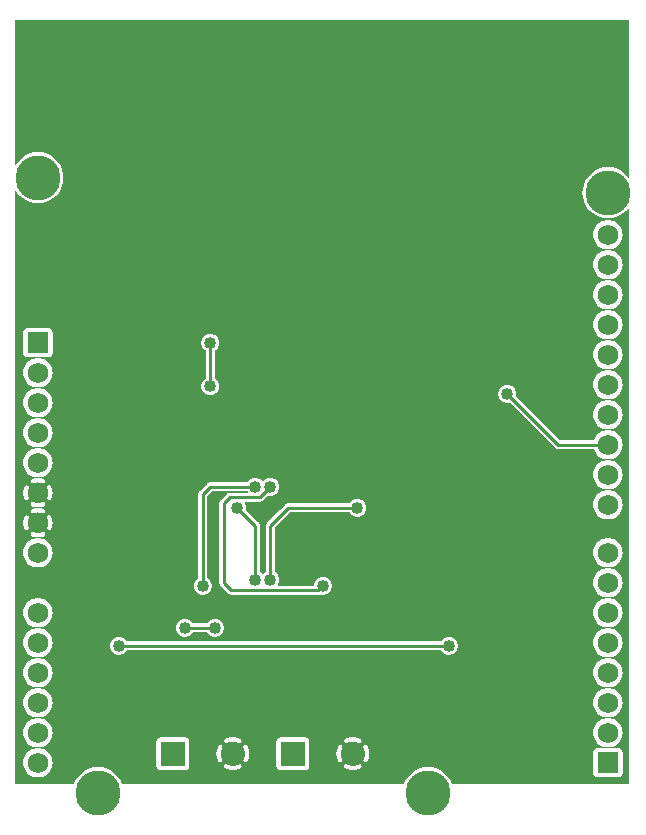
<source format=gbr>
G04 start of page 3 for group 1 idx 1 *
G04 Title: (unknown), solder *
G04 Creator: pcb 20140316 *
G04 CreationDate: Fri 13 Apr 2018 03:31:12 AM GMT UTC *
G04 For: railfan *
G04 Format: Gerber/RS-274X *
G04 PCB-Dimensions (mil): 2100.00 2700.00 *
G04 PCB-Coordinate-Origin: lower left *
%MOIN*%
%FSLAX25Y25*%
%LNBOTTOM*%
%ADD35C,0.0480*%
%ADD34C,0.1285*%
%ADD33C,0.0380*%
%ADD32C,0.0200*%
%ADD31C,0.0400*%
%ADD30C,0.0800*%
%ADD29C,0.1500*%
%ADD28C,0.0680*%
%ADD27C,0.0100*%
%ADD26C,0.0001*%
G54D26*G36*
X200000Y201474D02*X201334Y201579D01*
X202635Y201891D01*
X203871Y202403D01*
X205012Y203102D01*
X206029Y203971D01*
X206898Y204988D01*
X207000Y205155D01*
Y13000D01*
X200000D01*
Y15107D01*
X203635Y15114D01*
X203865Y15169D01*
X204083Y15259D01*
X204284Y15383D01*
X204464Y15536D01*
X204617Y15716D01*
X204741Y15917D01*
X204831Y16135D01*
X204886Y16365D01*
X204900Y16600D01*
X204886Y23635D01*
X204831Y23865D01*
X204741Y24083D01*
X204617Y24284D01*
X204464Y24464D01*
X204284Y24617D01*
X204083Y24741D01*
X203865Y24831D01*
X203635Y24886D01*
X203400Y24900D01*
X200000Y24893D01*
Y25085D01*
X200769Y25145D01*
X201519Y25325D01*
X202231Y25621D01*
X202889Y26024D01*
X203476Y26524D01*
X203976Y27111D01*
X204379Y27769D01*
X204675Y28481D01*
X204855Y29231D01*
X204900Y30000D01*
X204855Y30769D01*
X204675Y31519D01*
X204379Y32231D01*
X203976Y32889D01*
X203476Y33476D01*
X202889Y33976D01*
X202231Y34379D01*
X201519Y34675D01*
X200769Y34855D01*
X200000Y34915D01*
Y35085D01*
X200769Y35145D01*
X201519Y35325D01*
X202231Y35621D01*
X202889Y36024D01*
X203476Y36524D01*
X203976Y37111D01*
X204379Y37769D01*
X204675Y38481D01*
X204855Y39231D01*
X204900Y40000D01*
X204855Y40769D01*
X204675Y41519D01*
X204379Y42231D01*
X203976Y42889D01*
X203476Y43476D01*
X202889Y43976D01*
X202231Y44379D01*
X201519Y44675D01*
X200769Y44855D01*
X200000Y44915D01*
Y45085D01*
X200769Y45145D01*
X201519Y45325D01*
X202231Y45621D01*
X202889Y46024D01*
X203476Y46524D01*
X203976Y47111D01*
X204379Y47769D01*
X204675Y48481D01*
X204855Y49231D01*
X204900Y50000D01*
X204855Y50769D01*
X204675Y51519D01*
X204379Y52231D01*
X203976Y52889D01*
X203476Y53476D01*
X202889Y53976D01*
X202231Y54379D01*
X201519Y54675D01*
X200769Y54855D01*
X200000Y54915D01*
Y55085D01*
X200769Y55145D01*
X201519Y55325D01*
X202231Y55621D01*
X202889Y56024D01*
X203476Y56524D01*
X203976Y57111D01*
X204379Y57769D01*
X204675Y58481D01*
X204855Y59231D01*
X204900Y60000D01*
X204855Y60769D01*
X204675Y61519D01*
X204379Y62231D01*
X203976Y62889D01*
X203476Y63476D01*
X202889Y63976D01*
X202231Y64379D01*
X201519Y64675D01*
X200769Y64855D01*
X200000Y64915D01*
Y65085D01*
X200769Y65145D01*
X201519Y65325D01*
X202231Y65621D01*
X202889Y66024D01*
X203476Y66524D01*
X203976Y67111D01*
X204379Y67769D01*
X204675Y68481D01*
X204855Y69231D01*
X204900Y70000D01*
X204855Y70769D01*
X204675Y71519D01*
X204379Y72231D01*
X203976Y72889D01*
X203476Y73476D01*
X202889Y73976D01*
X202231Y74379D01*
X201519Y74675D01*
X200769Y74855D01*
X200000Y74915D01*
Y75085D01*
X200769Y75145D01*
X201519Y75325D01*
X202231Y75621D01*
X202889Y76024D01*
X203476Y76524D01*
X203976Y77111D01*
X204379Y77769D01*
X204675Y78481D01*
X204855Y79231D01*
X204900Y80000D01*
X204855Y80769D01*
X204675Y81519D01*
X204379Y82231D01*
X203976Y82889D01*
X203476Y83476D01*
X202889Y83976D01*
X202231Y84379D01*
X201519Y84675D01*
X200769Y84855D01*
X200000Y84915D01*
Y85085D01*
X200769Y85145D01*
X201519Y85325D01*
X202231Y85621D01*
X202889Y86024D01*
X203476Y86524D01*
X203976Y87111D01*
X204379Y87769D01*
X204675Y88481D01*
X204855Y89231D01*
X204900Y90000D01*
X204855Y90769D01*
X204675Y91519D01*
X204379Y92231D01*
X203976Y92889D01*
X203476Y93476D01*
X202889Y93976D01*
X202231Y94379D01*
X201519Y94675D01*
X200769Y94855D01*
X200000Y94915D01*
Y101085D01*
X200769Y101145D01*
X201519Y101325D01*
X202231Y101621D01*
X202889Y102024D01*
X203476Y102524D01*
X203976Y103111D01*
X204379Y103769D01*
X204675Y104481D01*
X204855Y105231D01*
X204900Y106000D01*
X204855Y106769D01*
X204675Y107519D01*
X204379Y108231D01*
X203976Y108889D01*
X203476Y109476D01*
X202889Y109976D01*
X202231Y110379D01*
X201519Y110675D01*
X200769Y110855D01*
X200000Y110915D01*
Y111085D01*
X200769Y111145D01*
X201519Y111325D01*
X202231Y111621D01*
X202889Y112024D01*
X203476Y112524D01*
X203976Y113111D01*
X204379Y113769D01*
X204675Y114481D01*
X204855Y115231D01*
X204900Y116000D01*
X204855Y116769D01*
X204675Y117519D01*
X204379Y118231D01*
X203976Y118889D01*
X203476Y119476D01*
X202889Y119976D01*
X202231Y120379D01*
X201519Y120675D01*
X200769Y120855D01*
X200000Y120915D01*
Y121085D01*
X200769Y121145D01*
X201519Y121325D01*
X202231Y121621D01*
X202889Y122024D01*
X203476Y122524D01*
X203976Y123111D01*
X204379Y123769D01*
X204675Y124481D01*
X204855Y125231D01*
X204900Y126000D01*
X204855Y126769D01*
X204675Y127519D01*
X204379Y128231D01*
X203976Y128889D01*
X203476Y129476D01*
X202889Y129976D01*
X202231Y130379D01*
X201519Y130675D01*
X200769Y130855D01*
X200000Y130915D01*
Y131085D01*
X200769Y131145D01*
X201519Y131325D01*
X202231Y131621D01*
X202889Y132024D01*
X203476Y132524D01*
X203976Y133111D01*
X204379Y133769D01*
X204675Y134481D01*
X204855Y135231D01*
X204900Y136000D01*
X204855Y136769D01*
X204675Y137519D01*
X204379Y138231D01*
X203976Y138889D01*
X203476Y139476D01*
X202889Y139976D01*
X202231Y140379D01*
X201519Y140675D01*
X200769Y140855D01*
X200000Y140915D01*
Y141085D01*
X200769Y141145D01*
X201519Y141325D01*
X202231Y141621D01*
X202889Y142024D01*
X203476Y142524D01*
X203976Y143111D01*
X204379Y143769D01*
X204675Y144481D01*
X204855Y145231D01*
X204900Y146000D01*
X204855Y146769D01*
X204675Y147519D01*
X204379Y148231D01*
X203976Y148889D01*
X203476Y149476D01*
X202889Y149976D01*
X202231Y150379D01*
X201519Y150675D01*
X200769Y150855D01*
X200000Y150915D01*
Y151085D01*
X200769Y151145D01*
X201519Y151325D01*
X202231Y151621D01*
X202889Y152024D01*
X203476Y152524D01*
X203976Y153111D01*
X204379Y153769D01*
X204675Y154481D01*
X204855Y155231D01*
X204900Y156000D01*
X204855Y156769D01*
X204675Y157519D01*
X204379Y158231D01*
X203976Y158889D01*
X203476Y159476D01*
X202889Y159976D01*
X202231Y160379D01*
X201519Y160675D01*
X200769Y160855D01*
X200000Y160915D01*
Y161085D01*
X200769Y161145D01*
X201519Y161325D01*
X202231Y161621D01*
X202889Y162024D01*
X203476Y162524D01*
X203976Y163111D01*
X204379Y163769D01*
X204675Y164481D01*
X204855Y165231D01*
X204900Y166000D01*
X204855Y166769D01*
X204675Y167519D01*
X204379Y168231D01*
X203976Y168889D01*
X203476Y169476D01*
X202889Y169976D01*
X202231Y170379D01*
X201519Y170675D01*
X200769Y170855D01*
X200000Y170915D01*
Y171085D01*
X200769Y171145D01*
X201519Y171325D01*
X202231Y171621D01*
X202889Y172024D01*
X203476Y172524D01*
X203976Y173111D01*
X204379Y173769D01*
X204675Y174481D01*
X204855Y175231D01*
X204900Y176000D01*
X204855Y176769D01*
X204675Y177519D01*
X204379Y178231D01*
X203976Y178889D01*
X203476Y179476D01*
X202889Y179976D01*
X202231Y180379D01*
X201519Y180675D01*
X200769Y180855D01*
X200000Y180915D01*
Y181085D01*
X200769Y181145D01*
X201519Y181325D01*
X202231Y181621D01*
X202889Y182024D01*
X203476Y182524D01*
X203976Y183111D01*
X204379Y183769D01*
X204675Y184481D01*
X204855Y185231D01*
X204900Y186000D01*
X204855Y186769D01*
X204675Y187519D01*
X204379Y188231D01*
X203976Y188889D01*
X203476Y189476D01*
X202889Y189976D01*
X202231Y190379D01*
X201519Y190675D01*
X200769Y190855D01*
X200000Y190915D01*
Y191085D01*
X200769Y191145D01*
X201519Y191325D01*
X202231Y191621D01*
X202889Y192024D01*
X203476Y192524D01*
X203976Y193111D01*
X204379Y193769D01*
X204675Y194481D01*
X204855Y195231D01*
X204900Y196000D01*
X204855Y196769D01*
X204675Y197519D01*
X204379Y198231D01*
X203976Y198889D01*
X203476Y199476D01*
X202889Y199976D01*
X202231Y200379D01*
X201519Y200675D01*
X200769Y200855D01*
X200000Y200915D01*
Y201474D01*
G37*
G36*
Y267500D02*X207000D01*
Y214845D01*
X206898Y215012D01*
X206029Y216029D01*
X205012Y216898D01*
X203871Y217597D01*
X202635Y218109D01*
X201334Y218421D01*
X200000Y218526D01*
Y267500D01*
G37*
G36*
Y13000D02*X184195D01*
Y124500D01*
X195321D01*
X195325Y124481D01*
X195621Y123769D01*
X196024Y123111D01*
X196524Y122524D01*
X197111Y122024D01*
X197769Y121621D01*
X198481Y121325D01*
X199231Y121145D01*
X200000Y121085D01*
Y120915D01*
X199231Y120855D01*
X198481Y120675D01*
X197769Y120379D01*
X197111Y119976D01*
X196524Y119476D01*
X196024Y118889D01*
X195621Y118231D01*
X195325Y117519D01*
X195145Y116769D01*
X195085Y116000D01*
X195145Y115231D01*
X195325Y114481D01*
X195621Y113769D01*
X196024Y113111D01*
X196524Y112524D01*
X197111Y112024D01*
X197769Y111621D01*
X198481Y111325D01*
X199231Y111145D01*
X200000Y111085D01*
Y110915D01*
X199231Y110855D01*
X198481Y110675D01*
X197769Y110379D01*
X197111Y109976D01*
X196524Y109476D01*
X196024Y108889D01*
X195621Y108231D01*
X195325Y107519D01*
X195145Y106769D01*
X195085Y106000D01*
X195145Y105231D01*
X195325Y104481D01*
X195621Y103769D01*
X196024Y103111D01*
X196524Y102524D01*
X197111Y102024D01*
X197769Y101621D01*
X198481Y101325D01*
X199231Y101145D01*
X200000Y101085D01*
Y94915D01*
X199231Y94855D01*
X198481Y94675D01*
X197769Y94379D01*
X197111Y93976D01*
X196524Y93476D01*
X196024Y92889D01*
X195621Y92231D01*
X195325Y91519D01*
X195145Y90769D01*
X195085Y90000D01*
X195145Y89231D01*
X195325Y88481D01*
X195621Y87769D01*
X196024Y87111D01*
X196524Y86524D01*
X197111Y86024D01*
X197769Y85621D01*
X198481Y85325D01*
X199231Y85145D01*
X200000Y85085D01*
Y84915D01*
X199231Y84855D01*
X198481Y84675D01*
X197769Y84379D01*
X197111Y83976D01*
X196524Y83476D01*
X196024Y82889D01*
X195621Y82231D01*
X195325Y81519D01*
X195145Y80769D01*
X195085Y80000D01*
X195145Y79231D01*
X195325Y78481D01*
X195621Y77769D01*
X196024Y77111D01*
X196524Y76524D01*
X197111Y76024D01*
X197769Y75621D01*
X198481Y75325D01*
X199231Y75145D01*
X200000Y75085D01*
Y74915D01*
X199231Y74855D01*
X198481Y74675D01*
X197769Y74379D01*
X197111Y73976D01*
X196524Y73476D01*
X196024Y72889D01*
X195621Y72231D01*
X195325Y71519D01*
X195145Y70769D01*
X195085Y70000D01*
X195145Y69231D01*
X195325Y68481D01*
X195621Y67769D01*
X196024Y67111D01*
X196524Y66524D01*
X197111Y66024D01*
X197769Y65621D01*
X198481Y65325D01*
X199231Y65145D01*
X200000Y65085D01*
Y64915D01*
X199231Y64855D01*
X198481Y64675D01*
X197769Y64379D01*
X197111Y63976D01*
X196524Y63476D01*
X196024Y62889D01*
X195621Y62231D01*
X195325Y61519D01*
X195145Y60769D01*
X195085Y60000D01*
X195145Y59231D01*
X195325Y58481D01*
X195621Y57769D01*
X196024Y57111D01*
X196524Y56524D01*
X197111Y56024D01*
X197769Y55621D01*
X198481Y55325D01*
X199231Y55145D01*
X200000Y55085D01*
Y54915D01*
X199231Y54855D01*
X198481Y54675D01*
X197769Y54379D01*
X197111Y53976D01*
X196524Y53476D01*
X196024Y52889D01*
X195621Y52231D01*
X195325Y51519D01*
X195145Y50769D01*
X195085Y50000D01*
X195145Y49231D01*
X195325Y48481D01*
X195621Y47769D01*
X196024Y47111D01*
X196524Y46524D01*
X197111Y46024D01*
X197769Y45621D01*
X198481Y45325D01*
X199231Y45145D01*
X200000Y45085D01*
Y44915D01*
X199231Y44855D01*
X198481Y44675D01*
X197769Y44379D01*
X197111Y43976D01*
X196524Y43476D01*
X196024Y42889D01*
X195621Y42231D01*
X195325Y41519D01*
X195145Y40769D01*
X195085Y40000D01*
X195145Y39231D01*
X195325Y38481D01*
X195621Y37769D01*
X196024Y37111D01*
X196524Y36524D01*
X197111Y36024D01*
X197769Y35621D01*
X198481Y35325D01*
X199231Y35145D01*
X200000Y35085D01*
Y34915D01*
X199231Y34855D01*
X198481Y34675D01*
X197769Y34379D01*
X197111Y33976D01*
X196524Y33476D01*
X196024Y32889D01*
X195621Y32231D01*
X195325Y31519D01*
X195145Y30769D01*
X195085Y30000D01*
X195145Y29231D01*
X195325Y28481D01*
X195621Y27769D01*
X196024Y27111D01*
X196524Y26524D01*
X197111Y26024D01*
X197769Y25621D01*
X198481Y25325D01*
X199231Y25145D01*
X200000Y25085D01*
Y24893D01*
X196365Y24886D01*
X196135Y24831D01*
X195917Y24741D01*
X195716Y24617D01*
X195536Y24464D01*
X195383Y24284D01*
X195259Y24083D01*
X195169Y23865D01*
X195114Y23635D01*
X195100Y23400D01*
X195114Y16365D01*
X195169Y16135D01*
X195259Y15917D01*
X195383Y15716D01*
X195536Y15536D01*
X195716Y15383D01*
X195917Y15259D01*
X196135Y15169D01*
X196365Y15114D01*
X196600Y15100D01*
X200000Y15107D01*
Y13000D01*
G37*
G36*
X184195Y267500D02*X200000D01*
Y218526D01*
X198666Y218421D01*
X197365Y218109D01*
X196129Y217597D01*
X194988Y216898D01*
X193971Y216029D01*
X193102Y215012D01*
X192403Y213871D01*
X191891Y212635D01*
X191579Y211334D01*
X191474Y210000D01*
X191579Y208666D01*
X191891Y207365D01*
X192403Y206129D01*
X193102Y204988D01*
X193971Y203971D01*
X194988Y203102D01*
X196129Y202403D01*
X197365Y201891D01*
X198666Y201579D01*
X200000Y201474D01*
Y200915D01*
X199231Y200855D01*
X198481Y200675D01*
X197769Y200379D01*
X197111Y199976D01*
X196524Y199476D01*
X196024Y198889D01*
X195621Y198231D01*
X195325Y197519D01*
X195145Y196769D01*
X195085Y196000D01*
X195145Y195231D01*
X195325Y194481D01*
X195621Y193769D01*
X196024Y193111D01*
X196524Y192524D01*
X197111Y192024D01*
X197769Y191621D01*
X198481Y191325D01*
X199231Y191145D01*
X200000Y191085D01*
Y190915D01*
X199231Y190855D01*
X198481Y190675D01*
X197769Y190379D01*
X197111Y189976D01*
X196524Y189476D01*
X196024Y188889D01*
X195621Y188231D01*
X195325Y187519D01*
X195145Y186769D01*
X195085Y186000D01*
X195145Y185231D01*
X195325Y184481D01*
X195621Y183769D01*
X196024Y183111D01*
X196524Y182524D01*
X197111Y182024D01*
X197769Y181621D01*
X198481Y181325D01*
X199231Y181145D01*
X200000Y181085D01*
Y180915D01*
X199231Y180855D01*
X198481Y180675D01*
X197769Y180379D01*
X197111Y179976D01*
X196524Y179476D01*
X196024Y178889D01*
X195621Y178231D01*
X195325Y177519D01*
X195145Y176769D01*
X195085Y176000D01*
X195145Y175231D01*
X195325Y174481D01*
X195621Y173769D01*
X196024Y173111D01*
X196524Y172524D01*
X197111Y172024D01*
X197769Y171621D01*
X198481Y171325D01*
X199231Y171145D01*
X200000Y171085D01*
Y170915D01*
X199231Y170855D01*
X198481Y170675D01*
X197769Y170379D01*
X197111Y169976D01*
X196524Y169476D01*
X196024Y168889D01*
X195621Y168231D01*
X195325Y167519D01*
X195145Y166769D01*
X195085Y166000D01*
X195145Y165231D01*
X195325Y164481D01*
X195621Y163769D01*
X196024Y163111D01*
X196524Y162524D01*
X197111Y162024D01*
X197769Y161621D01*
X198481Y161325D01*
X199231Y161145D01*
X200000Y161085D01*
Y160915D01*
X199231Y160855D01*
X198481Y160675D01*
X197769Y160379D01*
X197111Y159976D01*
X196524Y159476D01*
X196024Y158889D01*
X195621Y158231D01*
X195325Y157519D01*
X195145Y156769D01*
X195085Y156000D01*
X195145Y155231D01*
X195325Y154481D01*
X195621Y153769D01*
X196024Y153111D01*
X196524Y152524D01*
X197111Y152024D01*
X197769Y151621D01*
X198481Y151325D01*
X199231Y151145D01*
X200000Y151085D01*
Y150915D01*
X199231Y150855D01*
X198481Y150675D01*
X197769Y150379D01*
X197111Y149976D01*
X196524Y149476D01*
X196024Y148889D01*
X195621Y148231D01*
X195325Y147519D01*
X195145Y146769D01*
X195085Y146000D01*
X195145Y145231D01*
X195325Y144481D01*
X195621Y143769D01*
X196024Y143111D01*
X196524Y142524D01*
X197111Y142024D01*
X197769Y141621D01*
X198481Y141325D01*
X199231Y141145D01*
X200000Y141085D01*
Y140915D01*
X199231Y140855D01*
X198481Y140675D01*
X197769Y140379D01*
X197111Y139976D01*
X196524Y139476D01*
X196024Y138889D01*
X195621Y138231D01*
X195325Y137519D01*
X195145Y136769D01*
X195085Y136000D01*
X195145Y135231D01*
X195325Y134481D01*
X195621Y133769D01*
X196024Y133111D01*
X196524Y132524D01*
X197111Y132024D01*
X197769Y131621D01*
X198481Y131325D01*
X199231Y131145D01*
X200000Y131085D01*
Y130915D01*
X199231Y130855D01*
X198481Y130675D01*
X197769Y130379D01*
X197111Y129976D01*
X196524Y129476D01*
X196024Y128889D01*
X195621Y128231D01*
X195325Y127519D01*
X195321Y127500D01*
X184195D01*
Y267500D01*
G37*
G36*
X119493D02*X184195D01*
Y127500D01*
X184121D01*
X169399Y142223D01*
X169472Y142529D01*
X169500Y143000D01*
X169472Y143471D01*
X169362Y143930D01*
X169181Y144366D01*
X168935Y144769D01*
X168628Y145128D01*
X168269Y145435D01*
X167866Y145681D01*
X167430Y145862D01*
X166971Y145972D01*
X166500Y146009D01*
X166029Y145972D01*
X165570Y145862D01*
X165134Y145681D01*
X164731Y145435D01*
X164372Y145128D01*
X164065Y144769D01*
X163819Y144366D01*
X163638Y143930D01*
X163528Y143471D01*
X163491Y143000D01*
X163528Y142529D01*
X163638Y142070D01*
X163819Y141634D01*
X164065Y141231D01*
X164372Y140872D01*
X164731Y140565D01*
X165134Y140319D01*
X165570Y140138D01*
X166029Y140028D01*
X166500Y139991D01*
X166971Y140028D01*
X167277Y140101D01*
X182398Y124981D01*
X182436Y124936D01*
X182616Y124783D01*
X182817Y124659D01*
X183035Y124569D01*
X183265Y124514D01*
X183500Y124495D01*
X183559Y124500D01*
X184195D01*
Y13000D01*
X147958D01*
X147597Y13871D01*
X146898Y15012D01*
X146029Y16029D01*
X145012Y16898D01*
X143871Y17597D01*
X142635Y18109D01*
X141334Y18421D01*
X140000Y18526D01*
X138666Y18421D01*
X137365Y18109D01*
X136129Y17597D01*
X134988Y16898D01*
X133971Y16029D01*
X133102Y15012D01*
X132403Y13871D01*
X132042Y13000D01*
X119493D01*
Y20145D01*
X119578Y20181D01*
X119679Y20243D01*
X119769Y20319D01*
X119845Y20409D01*
X119905Y20511D01*
X120122Y20980D01*
X120289Y21469D01*
X120409Y21972D01*
X120482Y22484D01*
X120506Y23000D01*
X120482Y23516D01*
X120409Y24028D01*
X120289Y24531D01*
X120122Y25020D01*
X119910Y25492D01*
X119849Y25593D01*
X119772Y25684D01*
X119682Y25761D01*
X119580Y25823D01*
X119493Y25860D01*
Y57500D01*
X144401D01*
X144565Y57231D01*
X144872Y56872D01*
X145231Y56565D01*
X145634Y56319D01*
X146070Y56138D01*
X146529Y56028D01*
X147000Y55991D01*
X147471Y56028D01*
X147930Y56138D01*
X148366Y56319D01*
X148769Y56565D01*
X149128Y56872D01*
X149435Y57231D01*
X149681Y57634D01*
X149862Y58070D01*
X149972Y58529D01*
X150000Y59000D01*
X149972Y59471D01*
X149862Y59930D01*
X149681Y60366D01*
X149435Y60769D01*
X149128Y61128D01*
X148769Y61435D01*
X148366Y61681D01*
X147930Y61862D01*
X147471Y61972D01*
X147000Y62009D01*
X146529Y61972D01*
X146070Y61862D01*
X145634Y61681D01*
X145231Y61435D01*
X144872Y61128D01*
X144565Y60769D01*
X144401Y60500D01*
X119493D01*
Y104874D01*
X119500Y105000D01*
X119493Y105126D01*
Y267500D01*
G37*
G36*
Y60500D02*X115002D01*
Y102399D01*
X115134Y102319D01*
X115570Y102138D01*
X116029Y102028D01*
X116500Y101991D01*
X116971Y102028D01*
X117430Y102138D01*
X117866Y102319D01*
X118269Y102565D01*
X118628Y102872D01*
X118935Y103231D01*
X119181Y103634D01*
X119362Y104070D01*
X119472Y104529D01*
X119493Y104874D01*
Y60500D01*
G37*
G36*
Y13000D02*X115002D01*
Y17494D01*
X115516Y17518D01*
X116028Y17591D01*
X116531Y17711D01*
X117020Y17878D01*
X117492Y18090D01*
X117593Y18151D01*
X117684Y18228D01*
X117761Y18318D01*
X117823Y18420D01*
X117869Y18529D01*
X117897Y18645D01*
X117906Y18763D01*
X117897Y18881D01*
X117870Y18997D01*
X117824Y19107D01*
X117762Y19208D01*
X117686Y19298D01*
X117595Y19376D01*
X117494Y19438D01*
X117385Y19484D01*
X117269Y19511D01*
X117151Y19521D01*
X117032Y19512D01*
X116917Y19484D01*
X116808Y19437D01*
X116468Y19279D01*
X116112Y19158D01*
X115747Y19070D01*
X115375Y19018D01*
X115002Y19000D01*
Y27000D01*
X115375Y26982D01*
X115747Y26930D01*
X116112Y26842D01*
X116468Y26721D01*
X116810Y26567D01*
X116918Y26520D01*
X117033Y26493D01*
X117151Y26483D01*
X117268Y26493D01*
X117383Y26521D01*
X117492Y26566D01*
X117593Y26628D01*
X117682Y26705D01*
X117759Y26795D01*
X117820Y26895D01*
X117865Y27004D01*
X117893Y27119D01*
X117902Y27237D01*
X117892Y27355D01*
X117865Y27469D01*
X117819Y27578D01*
X117757Y27679D01*
X117681Y27769D01*
X117591Y27845D01*
X117489Y27905D01*
X117020Y28122D01*
X116531Y28289D01*
X116028Y28409D01*
X115516Y28482D01*
X115002Y28506D01*
Y57500D01*
X119493D01*
Y25860D01*
X119471Y25869D01*
X119355Y25897D01*
X119237Y25906D01*
X119119Y25897D01*
X119003Y25870D01*
X118893Y25824D01*
X118792Y25762D01*
X118702Y25686D01*
X118624Y25595D01*
X118562Y25494D01*
X118516Y25385D01*
X118489Y25269D01*
X118479Y25151D01*
X118488Y25032D01*
X118516Y24917D01*
X118563Y24808D01*
X118721Y24468D01*
X118842Y24112D01*
X118930Y23747D01*
X118982Y23375D01*
X119000Y23000D01*
X118982Y22625D01*
X118930Y22253D01*
X118842Y21888D01*
X118721Y21532D01*
X118567Y21190D01*
X118520Y21082D01*
X118493Y20967D01*
X118483Y20849D01*
X118493Y20732D01*
X118521Y20617D01*
X118566Y20508D01*
X118628Y20407D01*
X118705Y20318D01*
X118795Y20241D01*
X118895Y20180D01*
X119004Y20135D01*
X119119Y20107D01*
X119237Y20098D01*
X119355Y20108D01*
X119469Y20135D01*
X119493Y20145D01*
Y13000D01*
G37*
G36*
X115002Y267500D02*X119493D01*
Y105126D01*
X119472Y105471D01*
X119362Y105930D01*
X119181Y106366D01*
X118935Y106769D01*
X118628Y107128D01*
X118269Y107435D01*
X117866Y107681D01*
X117430Y107862D01*
X116971Y107972D01*
X116500Y108009D01*
X116029Y107972D01*
X115570Y107862D01*
X115134Y107681D01*
X115002Y107601D01*
Y267500D01*
G37*
G36*
Y60500D02*X90745D01*
Y76000D01*
X103441D01*
X103500Y75995D01*
X103735Y76014D01*
X103735Y76014D01*
X103965Y76069D01*
X104109Y76129D01*
X104529Y76028D01*
X105000Y75991D01*
X105471Y76028D01*
X105930Y76138D01*
X106366Y76319D01*
X106769Y76565D01*
X107128Y76872D01*
X107435Y77231D01*
X107681Y77634D01*
X107862Y78070D01*
X107972Y78529D01*
X108000Y79000D01*
X107972Y79471D01*
X107862Y79930D01*
X107681Y80366D01*
X107435Y80769D01*
X107128Y81128D01*
X106769Y81435D01*
X106366Y81681D01*
X105930Y81862D01*
X105471Y81972D01*
X105000Y82009D01*
X104529Y81972D01*
X104070Y81862D01*
X103634Y81681D01*
X103231Y81435D01*
X102872Y81128D01*
X102565Y80769D01*
X102319Y80366D01*
X102138Y79930D01*
X102028Y79471D01*
X101991Y79000D01*
X90745D01*
Y100124D01*
X94121Y103500D01*
X113901D01*
X114065Y103231D01*
X114372Y102872D01*
X114731Y102565D01*
X115002Y102399D01*
Y60500D01*
G37*
G36*
Y13000D02*X110507D01*
Y20140D01*
X110529Y20131D01*
X110645Y20103D01*
X110763Y20094D01*
X110881Y20103D01*
X110997Y20130D01*
X111107Y20176D01*
X111208Y20238D01*
X111298Y20314D01*
X111376Y20405D01*
X111438Y20506D01*
X111484Y20615D01*
X111511Y20731D01*
X111521Y20849D01*
X111512Y20968D01*
X111484Y21083D01*
X111437Y21192D01*
X111279Y21532D01*
X111158Y21888D01*
X111070Y22253D01*
X111018Y22625D01*
X111000Y23000D01*
X111018Y23375D01*
X111070Y23747D01*
X111158Y24112D01*
X111279Y24468D01*
X111433Y24810D01*
X111480Y24918D01*
X111507Y25033D01*
X111517Y25151D01*
X111507Y25268D01*
X111479Y25383D01*
X111434Y25492D01*
X111372Y25593D01*
X111295Y25682D01*
X111205Y25759D01*
X111105Y25820D01*
X110996Y25865D01*
X110881Y25893D01*
X110763Y25902D01*
X110645Y25892D01*
X110531Y25865D01*
X110507Y25855D01*
Y57500D01*
X115002D01*
Y28506D01*
X115000Y28506D01*
X114484Y28482D01*
X113972Y28409D01*
X113469Y28289D01*
X112980Y28122D01*
X112508Y27910D01*
X112407Y27849D01*
X112316Y27772D01*
X112239Y27682D01*
X112177Y27580D01*
X112131Y27471D01*
X112103Y27355D01*
X112094Y27237D01*
X112103Y27119D01*
X112130Y27003D01*
X112176Y26893D01*
X112238Y26792D01*
X112314Y26702D01*
X112405Y26624D01*
X112506Y26562D01*
X112615Y26516D01*
X112731Y26489D01*
X112849Y26479D01*
X112968Y26488D01*
X113083Y26516D01*
X113192Y26563D01*
X113532Y26721D01*
X113888Y26842D01*
X114253Y26930D01*
X114625Y26982D01*
X115000Y27000D01*
X115002Y27000D01*
Y19000D01*
X115000Y19000D01*
X114625Y19018D01*
X114253Y19070D01*
X113888Y19158D01*
X113532Y19279D01*
X113190Y19433D01*
X113082Y19480D01*
X112967Y19507D01*
X112849Y19517D01*
X112732Y19507D01*
X112617Y19479D01*
X112508Y19434D01*
X112407Y19372D01*
X112318Y19295D01*
X112241Y19205D01*
X112180Y19105D01*
X112135Y18996D01*
X112107Y18881D01*
X112098Y18763D01*
X112108Y18645D01*
X112135Y18531D01*
X112181Y18422D01*
X112243Y18321D01*
X112319Y18231D01*
X112409Y18155D01*
X112511Y18095D01*
X112980Y17878D01*
X113469Y17711D01*
X113972Y17591D01*
X114484Y17518D01*
X115000Y17494D01*
X115002Y17494D01*
Y13000D01*
G37*
G36*
X110507D02*X90745D01*
Y17519D01*
X90765Y17514D01*
X91000Y17500D01*
X99235Y17514D01*
X99465Y17569D01*
X99683Y17659D01*
X99884Y17783D01*
X100064Y17936D01*
X100217Y18116D01*
X100341Y18317D01*
X100431Y18535D01*
X100486Y18765D01*
X100500Y19000D01*
X100486Y27235D01*
X100431Y27465D01*
X100341Y27683D01*
X100217Y27884D01*
X100064Y28064D01*
X99884Y28217D01*
X99683Y28341D01*
X99465Y28431D01*
X99235Y28486D01*
X99000Y28500D01*
X90765Y28486D01*
X90745Y28481D01*
Y57500D01*
X110507D01*
Y25855D01*
X110422Y25819D01*
X110321Y25757D01*
X110231Y25681D01*
X110155Y25591D01*
X110095Y25489D01*
X109878Y25020D01*
X109711Y24531D01*
X109591Y24028D01*
X109518Y23516D01*
X109494Y23000D01*
X109518Y22484D01*
X109591Y21972D01*
X109711Y21469D01*
X109878Y20980D01*
X110090Y20508D01*
X110151Y20407D01*
X110228Y20316D01*
X110318Y20239D01*
X110420Y20177D01*
X110507Y20140D01*
Y13000D01*
G37*
G36*
X90745Y267500D02*X115002D01*
Y107601D01*
X114731Y107435D01*
X114372Y107128D01*
X114065Y106769D01*
X113901Y106500D01*
X93559D01*
X93500Y106505D01*
X93265Y106486D01*
X93035Y106431D01*
X92817Y106341D01*
X92616Y106217D01*
X92615Y106217D01*
X92436Y106064D01*
X92398Y106019D01*
X90745Y104367D01*
Y267500D01*
G37*
G36*
X89000Y83599D02*Y98379D01*
X90745Y100124D01*
Y79000D01*
X89737D01*
X89935Y79231D01*
X90181Y79634D01*
X90362Y80070D01*
X90472Y80529D01*
X90500Y81000D01*
X90472Y81471D01*
X90362Y81930D01*
X90181Y82366D01*
X89935Y82769D01*
X89628Y83128D01*
X89269Y83435D01*
X89000Y83599D01*
G37*
G36*
X79493Y57500D02*X90745D01*
Y28481D01*
X90535Y28431D01*
X90317Y28341D01*
X90116Y28217D01*
X89936Y28064D01*
X89783Y27884D01*
X89659Y27683D01*
X89569Y27465D01*
X89514Y27235D01*
X89500Y27000D01*
X89514Y18765D01*
X89569Y18535D01*
X89659Y18317D01*
X89783Y18116D01*
X89936Y17936D01*
X90116Y17783D01*
X90317Y17659D01*
X90535Y17569D01*
X90745Y17519D01*
Y13000D01*
X79493D01*
Y20145D01*
X79578Y20181D01*
X79679Y20243D01*
X79769Y20319D01*
X79845Y20409D01*
X79905Y20511D01*
X80122Y20980D01*
X80289Y21469D01*
X80409Y21972D01*
X80482Y22484D01*
X80506Y23000D01*
X80482Y23516D01*
X80409Y24028D01*
X80289Y24531D01*
X80122Y25020D01*
X79910Y25492D01*
X79849Y25593D01*
X79772Y25684D01*
X79682Y25761D01*
X79580Y25823D01*
X79493Y25860D01*
Y57500D01*
G37*
G36*
X75002D02*X79493D01*
Y25860D01*
X79471Y25869D01*
X79355Y25897D01*
X79237Y25906D01*
X79119Y25897D01*
X79003Y25870D01*
X78893Y25824D01*
X78792Y25762D01*
X78702Y25686D01*
X78624Y25595D01*
X78562Y25494D01*
X78516Y25385D01*
X78489Y25269D01*
X78479Y25151D01*
X78488Y25032D01*
X78516Y24917D01*
X78563Y24808D01*
X78721Y24468D01*
X78842Y24112D01*
X78930Y23747D01*
X78982Y23375D01*
X79000Y23000D01*
X78982Y22625D01*
X78930Y22253D01*
X78842Y21888D01*
X78721Y21532D01*
X78567Y21190D01*
X78520Y21082D01*
X78493Y20967D01*
X78483Y20849D01*
X78493Y20732D01*
X78521Y20617D01*
X78566Y20508D01*
X78628Y20407D01*
X78705Y20318D01*
X78795Y20241D01*
X78895Y20180D01*
X79004Y20135D01*
X79119Y20107D01*
X79237Y20098D01*
X79355Y20108D01*
X79469Y20135D01*
X79493Y20145D01*
Y13000D01*
X75002D01*
Y17494D01*
X75516Y17518D01*
X76028Y17591D01*
X76531Y17711D01*
X77020Y17878D01*
X77492Y18090D01*
X77593Y18151D01*
X77684Y18228D01*
X77761Y18318D01*
X77823Y18420D01*
X77869Y18529D01*
X77897Y18645D01*
X77906Y18763D01*
X77897Y18881D01*
X77870Y18997D01*
X77824Y19107D01*
X77762Y19208D01*
X77686Y19298D01*
X77595Y19376D01*
X77494Y19438D01*
X77385Y19484D01*
X77269Y19511D01*
X77151Y19521D01*
X77032Y19512D01*
X76917Y19484D01*
X76808Y19437D01*
X76468Y19279D01*
X76112Y19158D01*
X75747Y19070D01*
X75375Y19018D01*
X75002Y19000D01*
Y27000D01*
X75375Y26982D01*
X75747Y26930D01*
X76112Y26842D01*
X76468Y26721D01*
X76810Y26567D01*
X76918Y26520D01*
X77033Y26493D01*
X77151Y26483D01*
X77268Y26493D01*
X77383Y26521D01*
X77492Y26566D01*
X77593Y26628D01*
X77682Y26705D01*
X77759Y26795D01*
X77820Y26895D01*
X77865Y27004D01*
X77893Y27119D01*
X77902Y27237D01*
X77892Y27355D01*
X77865Y27469D01*
X77819Y27578D01*
X77757Y27679D01*
X77681Y27769D01*
X77591Y27845D01*
X77489Y27905D01*
X77020Y28122D01*
X76531Y28289D01*
X76028Y28409D01*
X75516Y28482D01*
X75002Y28506D01*
Y57500D01*
G37*
G36*
X70507D02*X75002D01*
Y28506D01*
X75000Y28506D01*
X74484Y28482D01*
X73972Y28409D01*
X73469Y28289D01*
X72980Y28122D01*
X72508Y27910D01*
X72407Y27849D01*
X72316Y27772D01*
X72239Y27682D01*
X72177Y27580D01*
X72131Y27471D01*
X72103Y27355D01*
X72094Y27237D01*
X72103Y27119D01*
X72130Y27003D01*
X72176Y26893D01*
X72238Y26792D01*
X72314Y26702D01*
X72405Y26624D01*
X72506Y26562D01*
X72615Y26516D01*
X72731Y26489D01*
X72849Y26479D01*
X72968Y26488D01*
X73083Y26516D01*
X73192Y26563D01*
X73532Y26721D01*
X73888Y26842D01*
X74253Y26930D01*
X74625Y26982D01*
X75000Y27000D01*
X75002Y27000D01*
Y19000D01*
X75000Y19000D01*
X74625Y19018D01*
X74253Y19070D01*
X73888Y19158D01*
X73532Y19279D01*
X73190Y19433D01*
X73082Y19480D01*
X72967Y19507D01*
X72849Y19517D01*
X72732Y19507D01*
X72617Y19479D01*
X72508Y19434D01*
X72407Y19372D01*
X72318Y19295D01*
X72241Y19205D01*
X72180Y19105D01*
X72135Y18996D01*
X72107Y18881D01*
X72098Y18763D01*
X72108Y18645D01*
X72135Y18531D01*
X72181Y18422D01*
X72243Y18321D01*
X72319Y18231D01*
X72409Y18155D01*
X72511Y18095D01*
X72980Y17878D01*
X73469Y17711D01*
X73972Y17591D01*
X74484Y17518D01*
X75000Y17494D01*
X75002Y17494D01*
Y13000D01*
X70507D01*
Y20140D01*
X70529Y20131D01*
X70645Y20103D01*
X70763Y20094D01*
X70881Y20103D01*
X70997Y20130D01*
X71107Y20176D01*
X71208Y20238D01*
X71298Y20314D01*
X71376Y20405D01*
X71438Y20506D01*
X71484Y20615D01*
X71511Y20731D01*
X71521Y20849D01*
X71512Y20968D01*
X71484Y21083D01*
X71437Y21192D01*
X71279Y21532D01*
X71158Y21888D01*
X71070Y22253D01*
X71018Y22625D01*
X71000Y23000D01*
X71018Y23375D01*
X71070Y23747D01*
X71158Y24112D01*
X71279Y24468D01*
X71433Y24810D01*
X71480Y24918D01*
X71507Y25033D01*
X71517Y25151D01*
X71507Y25268D01*
X71479Y25383D01*
X71434Y25492D01*
X71372Y25593D01*
X71295Y25682D01*
X71205Y25759D01*
X71105Y25820D01*
X70996Y25865D01*
X70881Y25893D01*
X70763Y25902D01*
X70645Y25892D01*
X70531Y25865D01*
X70507Y25855D01*
Y57500D01*
G37*
G36*
X67495D02*X70507D01*
Y25855D01*
X70422Y25819D01*
X70321Y25757D01*
X70231Y25681D01*
X70155Y25591D01*
X70095Y25489D01*
X69878Y25020D01*
X69711Y24531D01*
X69591Y24028D01*
X69518Y23516D01*
X69494Y23000D01*
X69518Y22484D01*
X69591Y21972D01*
X69711Y21469D01*
X69878Y20980D01*
X70090Y20508D01*
X70151Y20407D01*
X70228Y20316D01*
X70318Y20239D01*
X70420Y20177D01*
X70507Y20140D01*
Y13000D01*
X67495D01*
Y57500D01*
G37*
G36*
Y77330D02*X67681Y77634D01*
X67862Y78070D01*
X67972Y78529D01*
X68000Y79000D01*
X67972Y79471D01*
X67862Y79930D01*
X67681Y80366D01*
X67495Y80670D01*
Y109874D01*
X68121Y110500D01*
X79901D01*
X80065Y110231D01*
X80263Y110000D01*
X74059D01*
X74000Y110005D01*
X73765Y109986D01*
X73535Y109931D01*
X73317Y109841D01*
X73116Y109717D01*
X73115Y109717D01*
X72936Y109564D01*
X72898Y109519D01*
X70981Y107602D01*
X70936Y107564D01*
X70783Y107384D01*
X70659Y107183D01*
X70569Y106965D01*
X70514Y106735D01*
X70514Y106735D01*
X70495Y106500D01*
X70500Y106441D01*
Y80059D01*
X70495Y80000D01*
X70514Y79765D01*
X70569Y79535D01*
X70659Y79317D01*
X70783Y79116D01*
X70936Y78936D01*
X70981Y78898D01*
X73398Y76481D01*
X73436Y76436D01*
X73615Y76283D01*
X73616Y76283D01*
X73817Y76159D01*
X74035Y76069D01*
X74265Y76014D01*
X74500Y75995D01*
X74559Y76000D01*
X90745D01*
Y60500D01*
X67495D01*
Y62404D01*
X67634Y62319D01*
X68070Y62138D01*
X68529Y62028D01*
X69000Y61991D01*
X69471Y62028D01*
X69930Y62138D01*
X70366Y62319D01*
X70769Y62565D01*
X71128Y62872D01*
X71435Y63231D01*
X71681Y63634D01*
X71862Y64070D01*
X71972Y64529D01*
X72000Y65000D01*
X71972Y65471D01*
X71862Y65930D01*
X71681Y66366D01*
X71435Y66769D01*
X71128Y67128D01*
X70769Y67435D01*
X70366Y67681D01*
X69930Y67862D01*
X69471Y67972D01*
X69000Y68009D01*
X68529Y67972D01*
X68070Y67862D01*
X67634Y67681D01*
X67495Y67596D01*
Y77330D01*
G37*
G36*
Y267500D02*X90745D01*
Y104367D01*
X86481Y100102D01*
X86436Y100064D01*
X86283Y99884D01*
X86159Y99683D01*
X86069Y99465D01*
X86014Y99235D01*
X86014Y99235D01*
X85995Y99000D01*
X86000Y98941D01*
Y83599D01*
X85731Y83435D01*
X85372Y83128D01*
X85065Y82769D01*
X85000Y82662D01*
X84935Y82769D01*
X84628Y83128D01*
X84269Y83435D01*
X84000Y83599D01*
Y98941D01*
X84005Y99000D01*
X83986Y99235D01*
X83931Y99465D01*
X83841Y99683D01*
X83717Y99884D01*
X83564Y100064D01*
X83519Y100102D01*
X79399Y104223D01*
X79472Y104529D01*
X79500Y105000D01*
X79472Y105471D01*
X79362Y105930D01*
X79181Y106366D01*
X78935Y106769D01*
X78737Y107000D01*
X83941D01*
X84000Y106995D01*
X84235Y107014D01*
X84235Y107014D01*
X84465Y107069D01*
X84683Y107159D01*
X84884Y107283D01*
X85064Y107436D01*
X85102Y107481D01*
X86723Y109101D01*
X87029Y109028D01*
X87500Y108991D01*
X87971Y109028D01*
X88430Y109138D01*
X88866Y109319D01*
X89269Y109565D01*
X89628Y109872D01*
X89935Y110231D01*
X90181Y110634D01*
X90362Y111070D01*
X90472Y111529D01*
X90500Y112000D01*
X90472Y112471D01*
X90362Y112930D01*
X90181Y113366D01*
X89935Y113769D01*
X89628Y114128D01*
X89269Y114435D01*
X88866Y114681D01*
X88430Y114862D01*
X87971Y114972D01*
X87500Y115009D01*
X87029Y114972D01*
X86570Y114862D01*
X86134Y114681D01*
X85731Y114435D01*
X85372Y114128D01*
X85065Y113769D01*
X85000Y113662D01*
X84935Y113769D01*
X84628Y114128D01*
X84269Y114435D01*
X83866Y114681D01*
X83430Y114862D01*
X82971Y114972D01*
X82500Y115009D01*
X82029Y114972D01*
X81570Y114862D01*
X81134Y114681D01*
X80731Y114435D01*
X80372Y114128D01*
X80065Y113769D01*
X79901Y113500D01*
X67559D01*
X67500Y113505D01*
X67495Y113504D01*
Y142491D01*
X67500Y142491D01*
X67971Y142528D01*
X68430Y142638D01*
X68866Y142819D01*
X69269Y143065D01*
X69628Y143372D01*
X69935Y143731D01*
X70181Y144134D01*
X70362Y144570D01*
X70472Y145029D01*
X70500Y145500D01*
X70472Y145971D01*
X70362Y146430D01*
X70181Y146866D01*
X69935Y147269D01*
X69628Y147628D01*
X69269Y147935D01*
X69000Y148099D01*
Y157401D01*
X69269Y157565D01*
X69628Y157872D01*
X69935Y158231D01*
X70181Y158634D01*
X70362Y159070D01*
X70472Y159529D01*
X70500Y160000D01*
X70472Y160471D01*
X70362Y160930D01*
X70181Y161366D01*
X69935Y161769D01*
X69628Y162128D01*
X69269Y162435D01*
X68866Y162681D01*
X68430Y162862D01*
X67971Y162972D01*
X67500Y163009D01*
X67495Y163009D01*
Y267500D01*
G37*
G36*
Y80670D02*X67435Y80769D01*
X67128Y81128D01*
X66769Y81435D01*
X66500Y81599D01*
Y108879D01*
X67495Y109874D01*
Y80670D01*
G37*
G36*
X55000Y57500D02*X67495D01*
Y13000D01*
X55000D01*
Y17507D01*
X59235Y17514D01*
X59465Y17569D01*
X59683Y17659D01*
X59884Y17783D01*
X60064Y17936D01*
X60217Y18116D01*
X60341Y18317D01*
X60431Y18535D01*
X60486Y18765D01*
X60500Y19000D01*
X60486Y27235D01*
X60431Y27465D01*
X60341Y27683D01*
X60217Y27884D01*
X60064Y28064D01*
X59884Y28217D01*
X59683Y28341D01*
X59465Y28431D01*
X59235Y28486D01*
X59000Y28500D01*
X55000Y28493D01*
Y57500D01*
G37*
G36*
Y267500D02*X67495D01*
Y163009D01*
X67029Y162972D01*
X66570Y162862D01*
X66134Y162681D01*
X65731Y162435D01*
X65372Y162128D01*
X65065Y161769D01*
X64819Y161366D01*
X64638Y160930D01*
X64528Y160471D01*
X64491Y160000D01*
X64528Y159529D01*
X64638Y159070D01*
X64819Y158634D01*
X65065Y158231D01*
X65372Y157872D01*
X65731Y157565D01*
X66000Y157401D01*
Y148099D01*
X65731Y147935D01*
X65372Y147628D01*
X65065Y147269D01*
X64819Y146866D01*
X64638Y146430D01*
X64528Y145971D01*
X64491Y145500D01*
X64528Y145029D01*
X64638Y144570D01*
X64819Y144134D01*
X65065Y143731D01*
X65372Y143372D01*
X65731Y143065D01*
X66134Y142819D01*
X66570Y142638D01*
X67029Y142528D01*
X67495Y142491D01*
Y113504D01*
X67265Y113486D01*
X67035Y113431D01*
X66817Y113341D01*
X66616Y113217D01*
X66615Y113217D01*
X66436Y113064D01*
X66398Y113019D01*
X63981Y110602D01*
X63936Y110564D01*
X63783Y110384D01*
X63659Y110183D01*
X63569Y109965D01*
X63514Y109735D01*
X63514Y109735D01*
X63495Y109500D01*
X63500Y109441D01*
Y81599D01*
X63231Y81435D01*
X62872Y81128D01*
X62565Y80769D01*
X62319Y80366D01*
X62138Y79930D01*
X62028Y79471D01*
X61991Y79000D01*
X62028Y78529D01*
X62138Y78070D01*
X62319Y77634D01*
X62565Y77231D01*
X62872Y76872D01*
X63231Y76565D01*
X63634Y76319D01*
X64070Y76138D01*
X64529Y76028D01*
X65000Y75991D01*
X65471Y76028D01*
X65930Y76138D01*
X66366Y76319D01*
X66769Y76565D01*
X67128Y76872D01*
X67435Y77231D01*
X67495Y77330D01*
Y67596D01*
X67231Y67435D01*
X66872Y67128D01*
X66565Y66769D01*
X66401Y66500D01*
X61599D01*
X61435Y66769D01*
X61128Y67128D01*
X60769Y67435D01*
X60366Y67681D01*
X59930Y67862D01*
X59471Y67972D01*
X59000Y68009D01*
X58529Y67972D01*
X58070Y67862D01*
X57634Y67681D01*
X57231Y67435D01*
X56872Y67128D01*
X56565Y66769D01*
X56319Y66366D01*
X56138Y65930D01*
X56028Y65471D01*
X55991Y65000D01*
X56028Y64529D01*
X56138Y64070D01*
X56319Y63634D01*
X56565Y63231D01*
X56872Y62872D01*
X57231Y62565D01*
X57634Y62319D01*
X58070Y62138D01*
X58529Y62028D01*
X59000Y61991D01*
X59471Y62028D01*
X59930Y62138D01*
X60366Y62319D01*
X60769Y62565D01*
X61128Y62872D01*
X61435Y63231D01*
X61599Y63500D01*
X66401D01*
X66565Y63231D01*
X66872Y62872D01*
X67231Y62565D01*
X67495Y62404D01*
Y60500D01*
X55000D01*
Y267500D01*
G37*
G36*
X13964D02*X55000D01*
Y60500D01*
X39599D01*
X39435Y60769D01*
X39128Y61128D01*
X38769Y61435D01*
X38366Y61681D01*
X37930Y61862D01*
X37471Y61972D01*
X37000Y62009D01*
X36529Y61972D01*
X36070Y61862D01*
X35634Y61681D01*
X35231Y61435D01*
X34872Y61128D01*
X34565Y60769D01*
X34319Y60366D01*
X34138Y59930D01*
X34028Y59471D01*
X33991Y59000D01*
X34028Y58529D01*
X34138Y58070D01*
X34319Y57634D01*
X34565Y57231D01*
X34872Y56872D01*
X35231Y56565D01*
X35634Y56319D01*
X36070Y56138D01*
X36529Y56028D01*
X37000Y55991D01*
X37471Y56028D01*
X37930Y56138D01*
X38366Y56319D01*
X38769Y56565D01*
X39128Y56872D01*
X39435Y57231D01*
X39599Y57500D01*
X55000D01*
Y28493D01*
X50765Y28486D01*
X50535Y28431D01*
X50317Y28341D01*
X50116Y28217D01*
X49936Y28064D01*
X49783Y27884D01*
X49659Y27683D01*
X49569Y27465D01*
X49514Y27235D01*
X49500Y27000D01*
X49514Y18765D01*
X49569Y18535D01*
X49659Y18317D01*
X49783Y18116D01*
X49936Y17936D01*
X50116Y17783D01*
X50317Y17659D01*
X50535Y17569D01*
X50765Y17514D01*
X51000Y17500D01*
X55000Y17507D01*
Y13000D01*
X37958D01*
X37597Y13871D01*
X36898Y15012D01*
X36029Y16029D01*
X35012Y16898D01*
X33871Y17597D01*
X32635Y18109D01*
X31334Y18421D01*
X30000Y18526D01*
X28666Y18421D01*
X27365Y18109D01*
X26129Y17597D01*
X24988Y16898D01*
X23971Y16029D01*
X23102Y15012D01*
X22403Y13871D01*
X22042Y13000D01*
X13964D01*
Y17096D01*
X13976Y17111D01*
X14379Y17769D01*
X14675Y18481D01*
X14855Y19231D01*
X14900Y20000D01*
X14855Y20769D01*
X14675Y21519D01*
X14379Y22231D01*
X13976Y22889D01*
X13964Y22904D01*
Y27096D01*
X13976Y27111D01*
X14379Y27769D01*
X14675Y28481D01*
X14855Y29231D01*
X14900Y30000D01*
X14855Y30769D01*
X14675Y31519D01*
X14379Y32231D01*
X13976Y32889D01*
X13964Y32904D01*
Y37096D01*
X13976Y37111D01*
X14379Y37769D01*
X14675Y38481D01*
X14855Y39231D01*
X14900Y40000D01*
X14855Y40769D01*
X14675Y41519D01*
X14379Y42231D01*
X13976Y42889D01*
X13964Y42904D01*
Y47096D01*
X13976Y47111D01*
X14379Y47769D01*
X14675Y48481D01*
X14855Y49231D01*
X14900Y50000D01*
X14855Y50769D01*
X14675Y51519D01*
X14379Y52231D01*
X13976Y52889D01*
X13964Y52904D01*
Y57096D01*
X13976Y57111D01*
X14379Y57769D01*
X14675Y58481D01*
X14855Y59231D01*
X14900Y60000D01*
X14855Y60769D01*
X14675Y61519D01*
X14379Y62231D01*
X13976Y62889D01*
X13964Y62904D01*
Y67096D01*
X13976Y67111D01*
X14379Y67769D01*
X14675Y68481D01*
X14855Y69231D01*
X14900Y70000D01*
X14855Y70769D01*
X14675Y71519D01*
X14379Y72231D01*
X13976Y72889D01*
X13964Y72904D01*
Y87096D01*
X13976Y87111D01*
X14379Y87769D01*
X14675Y88481D01*
X14855Y89231D01*
X14900Y90000D01*
X14855Y90769D01*
X14675Y91519D01*
X14379Y92231D01*
X13976Y92889D01*
X13964Y92904D01*
Y97564D01*
X14049Y97589D01*
X14155Y97639D01*
X14253Y97706D01*
X14339Y97787D01*
X14411Y97880D01*
X14466Y97984D01*
X14641Y98412D01*
X14770Y98855D01*
X14857Y99309D01*
X14900Y99769D01*
Y100231D01*
X14857Y100691D01*
X14770Y101145D01*
X14641Y101588D01*
X14471Y102018D01*
X14415Y102122D01*
X14342Y102216D01*
X14255Y102297D01*
X14157Y102364D01*
X14050Y102414D01*
X13964Y102440D01*
Y107564D01*
X14049Y107589D01*
X14155Y107639D01*
X14253Y107706D01*
X14339Y107787D01*
X14411Y107880D01*
X14466Y107984D01*
X14641Y108412D01*
X14770Y108855D01*
X14857Y109309D01*
X14900Y109769D01*
Y110231D01*
X14857Y110691D01*
X14770Y111145D01*
X14641Y111588D01*
X14471Y112018D01*
X14415Y112122D01*
X14342Y112216D01*
X14255Y112297D01*
X14157Y112364D01*
X14050Y112414D01*
X13964Y112440D01*
Y117096D01*
X13976Y117111D01*
X14379Y117769D01*
X14675Y118481D01*
X14855Y119231D01*
X14900Y120000D01*
X14855Y120769D01*
X14675Y121519D01*
X14379Y122231D01*
X13976Y122889D01*
X13964Y122904D01*
Y127096D01*
X13976Y127111D01*
X14379Y127769D01*
X14675Y128481D01*
X14855Y129231D01*
X14900Y130000D01*
X14855Y130769D01*
X14675Y131519D01*
X14379Y132231D01*
X13976Y132889D01*
X13964Y132904D01*
Y137096D01*
X13976Y137111D01*
X14379Y137769D01*
X14675Y138481D01*
X14855Y139231D01*
X14900Y140000D01*
X14855Y140769D01*
X14675Y141519D01*
X14379Y142231D01*
X13976Y142889D01*
X13964Y142904D01*
Y147096D01*
X13976Y147111D01*
X14379Y147769D01*
X14675Y148481D01*
X14855Y149231D01*
X14900Y150000D01*
X14855Y150769D01*
X14675Y151519D01*
X14379Y152231D01*
X13976Y152889D01*
X13964Y152904D01*
Y155210D01*
X14083Y155259D01*
X14284Y155383D01*
X14464Y155536D01*
X14617Y155716D01*
X14741Y155917D01*
X14831Y156135D01*
X14886Y156365D01*
X14900Y156600D01*
X14886Y163635D01*
X14831Y163865D01*
X14741Y164083D01*
X14617Y164284D01*
X14464Y164464D01*
X14284Y164617D01*
X14083Y164741D01*
X13964Y164790D01*
Y207460D01*
X15012Y208102D01*
X16029Y208971D01*
X16898Y209988D01*
X17597Y211129D01*
X18109Y212365D01*
X18421Y213666D01*
X18500Y215000D01*
X18421Y216334D01*
X18109Y217635D01*
X17597Y218871D01*
X16898Y220012D01*
X16029Y221029D01*
X15012Y221898D01*
X13964Y222540D01*
Y267500D01*
G37*
G36*
Y164790D02*X13865Y164831D01*
X13635Y164886D01*
X13400Y164900D01*
X9992Y164893D01*
Y206474D01*
X10000Y206474D01*
X11334Y206579D01*
X12635Y206891D01*
X13871Y207403D01*
X13964Y207460D01*
Y164790D01*
G37*
G36*
Y152904D02*X13476Y153476D01*
X12889Y153976D01*
X12231Y154379D01*
X11519Y154675D01*
X10769Y154855D01*
X10000Y154915D01*
X9992Y154915D01*
Y155107D01*
X13635Y155114D01*
X13865Y155169D01*
X13964Y155210D01*
Y152904D01*
G37*
G36*
Y142904D02*X13476Y143476D01*
X12889Y143976D01*
X12231Y144379D01*
X11519Y144675D01*
X10769Y144855D01*
X10000Y144915D01*
X9992Y144915D01*
Y145085D01*
X10000Y145085D01*
X10769Y145145D01*
X11519Y145325D01*
X12231Y145621D01*
X12889Y146024D01*
X13476Y146524D01*
X13964Y147096D01*
Y142904D01*
G37*
G36*
Y132904D02*X13476Y133476D01*
X12889Y133976D01*
X12231Y134379D01*
X11519Y134675D01*
X10769Y134855D01*
X10000Y134915D01*
X9992Y134915D01*
Y135085D01*
X10000Y135085D01*
X10769Y135145D01*
X11519Y135325D01*
X12231Y135621D01*
X12889Y136024D01*
X13476Y136524D01*
X13964Y137096D01*
Y132904D01*
G37*
G36*
Y122904D02*X13476Y123476D01*
X12889Y123976D01*
X12231Y124379D01*
X11519Y124675D01*
X10769Y124855D01*
X10000Y124915D01*
X9992Y124915D01*
Y125085D01*
X10000Y125085D01*
X10769Y125145D01*
X11519Y125325D01*
X12231Y125621D01*
X12889Y126024D01*
X13476Y126524D01*
X13964Y127096D01*
Y122904D01*
G37*
G36*
Y92904D02*X13476Y93476D01*
X12889Y93976D01*
X12231Y94379D01*
X11519Y94675D01*
X10769Y94855D01*
X10000Y94915D01*
X9992Y94915D01*
Y95100D01*
X10231D01*
X10691Y95143D01*
X11145Y95230D01*
X11588Y95359D01*
X12018Y95529D01*
X12122Y95585D01*
X12216Y95658D01*
X12297Y95745D01*
X12364Y95843D01*
X12414Y95950D01*
X12448Y96064D01*
X12462Y96182D01*
X12459Y96300D01*
X12436Y96417D01*
X12396Y96528D01*
X12339Y96632D01*
X12266Y96726D01*
X12180Y96807D01*
X12082Y96874D01*
X11975Y96925D01*
X11861Y96958D01*
X11743Y96973D01*
X11624Y96969D01*
X11508Y96947D01*
X11397Y96904D01*
X11101Y96783D01*
X10793Y96694D01*
X10479Y96634D01*
X10160Y96604D01*
X9992D01*
Y103396D01*
X10160D01*
X10479Y103366D01*
X10793Y103306D01*
X11101Y103217D01*
X11399Y103099D01*
X11509Y103057D01*
X11625Y103035D01*
X11743Y103031D01*
X11860Y103046D01*
X11973Y103079D01*
X12080Y103129D01*
X12178Y103196D01*
X12264Y103276D01*
X12336Y103370D01*
X12393Y103473D01*
X12433Y103584D01*
X12455Y103700D01*
X12459Y103818D01*
X12444Y103935D01*
X12411Y104049D01*
X12361Y104155D01*
X12294Y104253D01*
X12213Y104339D01*
X12120Y104411D01*
X12016Y104466D01*
X11588Y104641D01*
X11145Y104770D01*
X10691Y104857D01*
X10231Y104900D01*
X9992D01*
Y105100D01*
X10231D01*
X10691Y105143D01*
X11145Y105230D01*
X11588Y105359D01*
X12018Y105529D01*
X12122Y105585D01*
X12216Y105658D01*
X12297Y105745D01*
X12364Y105843D01*
X12414Y105950D01*
X12448Y106064D01*
X12462Y106182D01*
X12459Y106300D01*
X12436Y106417D01*
X12396Y106528D01*
X12339Y106632D01*
X12266Y106726D01*
X12180Y106807D01*
X12082Y106874D01*
X11975Y106925D01*
X11861Y106958D01*
X11743Y106973D01*
X11624Y106969D01*
X11508Y106947D01*
X11397Y106904D01*
X11101Y106783D01*
X10793Y106694D01*
X10479Y106634D01*
X10160Y106604D01*
X9992D01*
Y113396D01*
X10160D01*
X10479Y113366D01*
X10793Y113306D01*
X11101Y113217D01*
X11399Y113099D01*
X11509Y113057D01*
X11625Y113035D01*
X11743Y113031D01*
X11860Y113046D01*
X11973Y113079D01*
X12080Y113129D01*
X12178Y113196D01*
X12264Y113276D01*
X12336Y113370D01*
X12393Y113473D01*
X12433Y113584D01*
X12455Y113700D01*
X12459Y113818D01*
X12444Y113935D01*
X12411Y114049D01*
X12361Y114155D01*
X12294Y114253D01*
X12213Y114339D01*
X12120Y114411D01*
X12016Y114466D01*
X11588Y114641D01*
X11145Y114770D01*
X10691Y114857D01*
X10231Y114900D01*
X9992D01*
Y115085D01*
X10000Y115085D01*
X10769Y115145D01*
X11519Y115325D01*
X12231Y115621D01*
X12889Y116024D01*
X13476Y116524D01*
X13964Y117096D01*
Y112440D01*
X13936Y112448D01*
X13818Y112462D01*
X13700Y112459D01*
X13583Y112437D01*
X13472Y112396D01*
X13368Y112339D01*
X13274Y112266D01*
X13193Y112180D01*
X13126Y112082D01*
X13075Y111975D01*
X13042Y111861D01*
X13027Y111743D01*
X13031Y111624D01*
X13053Y111508D01*
X13096Y111397D01*
X13217Y111101D01*
X13306Y110793D01*
X13366Y110479D01*
X13396Y110160D01*
Y109840D01*
X13366Y109521D01*
X13306Y109207D01*
X13217Y108899D01*
X13099Y108601D01*
X13057Y108491D01*
X13035Y108375D01*
X13031Y108257D01*
X13046Y108140D01*
X13079Y108027D01*
X13129Y107920D01*
X13196Y107822D01*
X13276Y107736D01*
X13370Y107664D01*
X13473Y107607D01*
X13584Y107567D01*
X13700Y107545D01*
X13818Y107541D01*
X13935Y107556D01*
X13964Y107564D01*
Y102440D01*
X13936Y102448D01*
X13818Y102462D01*
X13700Y102459D01*
X13583Y102437D01*
X13472Y102396D01*
X13368Y102339D01*
X13274Y102266D01*
X13193Y102180D01*
X13126Y102082D01*
X13075Y101975D01*
X13042Y101861D01*
X13027Y101743D01*
X13031Y101624D01*
X13053Y101508D01*
X13096Y101397D01*
X13217Y101101D01*
X13306Y100793D01*
X13366Y100479D01*
X13396Y100160D01*
Y99840D01*
X13366Y99521D01*
X13306Y99207D01*
X13217Y98899D01*
X13099Y98601D01*
X13057Y98491D01*
X13035Y98375D01*
X13031Y98257D01*
X13046Y98140D01*
X13079Y98027D01*
X13129Y97920D01*
X13196Y97822D01*
X13276Y97736D01*
X13370Y97664D01*
X13473Y97607D01*
X13584Y97567D01*
X13700Y97545D01*
X13818Y97541D01*
X13935Y97556D01*
X13964Y97564D01*
Y92904D01*
G37*
G36*
Y72904D02*X13476Y73476D01*
X12889Y73976D01*
X12231Y74379D01*
X11519Y74675D01*
X10769Y74855D01*
X10000Y74915D01*
X9992Y74915D01*
Y85085D01*
X10000Y85085D01*
X10769Y85145D01*
X11519Y85325D01*
X12231Y85621D01*
X12889Y86024D01*
X13476Y86524D01*
X13964Y87096D01*
Y72904D01*
G37*
G36*
Y62904D02*X13476Y63476D01*
X12889Y63976D01*
X12231Y64379D01*
X11519Y64675D01*
X10769Y64855D01*
X10000Y64915D01*
X9992Y64915D01*
Y65085D01*
X10000Y65085D01*
X10769Y65145D01*
X11519Y65325D01*
X12231Y65621D01*
X12889Y66024D01*
X13476Y66524D01*
X13964Y67096D01*
Y62904D01*
G37*
G36*
Y52904D02*X13476Y53476D01*
X12889Y53976D01*
X12231Y54379D01*
X11519Y54675D01*
X10769Y54855D01*
X10000Y54915D01*
X9992Y54915D01*
Y55085D01*
X10000Y55085D01*
X10769Y55145D01*
X11519Y55325D01*
X12231Y55621D01*
X12889Y56024D01*
X13476Y56524D01*
X13964Y57096D01*
Y52904D01*
G37*
G36*
Y42904D02*X13476Y43476D01*
X12889Y43976D01*
X12231Y44379D01*
X11519Y44675D01*
X10769Y44855D01*
X10000Y44915D01*
X9992Y44915D01*
Y45085D01*
X10000Y45085D01*
X10769Y45145D01*
X11519Y45325D01*
X12231Y45621D01*
X12889Y46024D01*
X13476Y46524D01*
X13964Y47096D01*
Y42904D01*
G37*
G36*
Y32904D02*X13476Y33476D01*
X12889Y33976D01*
X12231Y34379D01*
X11519Y34675D01*
X10769Y34855D01*
X10000Y34915D01*
X9992Y34915D01*
Y35085D01*
X10000Y35085D01*
X10769Y35145D01*
X11519Y35325D01*
X12231Y35621D01*
X12889Y36024D01*
X13476Y36524D01*
X13964Y37096D01*
Y32904D01*
G37*
G36*
Y22904D02*X13476Y23476D01*
X12889Y23976D01*
X12231Y24379D01*
X11519Y24675D01*
X10769Y24855D01*
X10000Y24915D01*
X9992Y24915D01*
Y25085D01*
X10000Y25085D01*
X10769Y25145D01*
X11519Y25325D01*
X12231Y25621D01*
X12889Y26024D01*
X13476Y26524D01*
X13964Y27096D01*
Y22904D01*
G37*
G36*
Y13000D02*X9992D01*
Y15085D01*
X10000Y15085D01*
X10769Y15145D01*
X11519Y15325D01*
X12231Y15621D01*
X12889Y16024D01*
X13476Y16524D01*
X13964Y17096D01*
Y13000D01*
G37*
G36*
X9992Y267500D02*X13964D01*
Y222540D01*
X13871Y222597D01*
X12635Y223109D01*
X11334Y223421D01*
X10000Y223526D01*
X9992Y223526D01*
Y267500D01*
G37*
G36*
X6036Y27096D02*X6524Y26524D01*
X7111Y26024D01*
X7769Y25621D01*
X8481Y25325D01*
X9231Y25145D01*
X9992Y25085D01*
Y24915D01*
X9231Y24855D01*
X8481Y24675D01*
X7769Y24379D01*
X7111Y23976D01*
X6524Y23476D01*
X6036Y22904D01*
Y27096D01*
G37*
G36*
Y37096D02*X6524Y36524D01*
X7111Y36024D01*
X7769Y35621D01*
X8481Y35325D01*
X9231Y35145D01*
X9992Y35085D01*
Y34915D01*
X9231Y34855D01*
X8481Y34675D01*
X7769Y34379D01*
X7111Y33976D01*
X6524Y33476D01*
X6036Y32904D01*
Y37096D01*
G37*
G36*
Y47096D02*X6524Y46524D01*
X7111Y46024D01*
X7769Y45621D01*
X8481Y45325D01*
X9231Y45145D01*
X9992Y45085D01*
Y44915D01*
X9231Y44855D01*
X8481Y44675D01*
X7769Y44379D01*
X7111Y43976D01*
X6524Y43476D01*
X6036Y42904D01*
Y47096D01*
G37*
G36*
Y57096D02*X6524Y56524D01*
X7111Y56024D01*
X7769Y55621D01*
X8481Y55325D01*
X9231Y55145D01*
X9992Y55085D01*
Y54915D01*
X9231Y54855D01*
X8481Y54675D01*
X7769Y54379D01*
X7111Y53976D01*
X6524Y53476D01*
X6036Y52904D01*
Y57096D01*
G37*
G36*
Y67096D02*X6524Y66524D01*
X7111Y66024D01*
X7769Y65621D01*
X8481Y65325D01*
X9231Y65145D01*
X9992Y65085D01*
Y64915D01*
X9231Y64855D01*
X8481Y64675D01*
X7769Y64379D01*
X7111Y63976D01*
X6524Y63476D01*
X6036Y62904D01*
Y67096D01*
G37*
G36*
Y87096D02*X6524Y86524D01*
X7111Y86024D01*
X7769Y85621D01*
X8481Y85325D01*
X9231Y85145D01*
X9992Y85085D01*
Y74915D01*
X9231Y74855D01*
X8481Y74675D01*
X7769Y74379D01*
X7111Y73976D01*
X6524Y73476D01*
X6036Y72904D01*
Y87096D01*
G37*
G36*
Y117096D02*X6524Y116524D01*
X7111Y116024D01*
X7769Y115621D01*
X8481Y115325D01*
X9231Y115145D01*
X9992Y115085D01*
Y114900D01*
X9769D01*
X9309Y114857D01*
X8855Y114770D01*
X8412Y114641D01*
X7982Y114471D01*
X7878Y114415D01*
X7784Y114342D01*
X7703Y114255D01*
X7636Y114157D01*
X7586Y114050D01*
X7552Y113936D01*
X7538Y113818D01*
X7541Y113700D01*
X7563Y113583D01*
X7604Y113472D01*
X7661Y113368D01*
X7734Y113274D01*
X7820Y113193D01*
X7918Y113126D01*
X8025Y113075D01*
X8139Y113042D01*
X8257Y113027D01*
X8376Y113031D01*
X8492Y113053D01*
X8603Y113096D01*
X8899Y113217D01*
X9207Y113306D01*
X9521Y113366D01*
X9840Y113396D01*
X9992D01*
Y106604D01*
X9840D01*
X9521Y106634D01*
X9207Y106694D01*
X8899Y106783D01*
X8601Y106901D01*
X8491Y106943D01*
X8375Y106965D01*
X8257Y106969D01*
X8140Y106954D01*
X8027Y106921D01*
X7920Y106871D01*
X7822Y106804D01*
X7736Y106724D01*
X7664Y106630D01*
X7607Y106527D01*
X7567Y106416D01*
X7545Y106300D01*
X7541Y106182D01*
X7556Y106065D01*
X7589Y105951D01*
X7639Y105845D01*
X7706Y105747D01*
X7787Y105661D01*
X7880Y105589D01*
X7984Y105534D01*
X8412Y105359D01*
X8855Y105230D01*
X9309Y105143D01*
X9769Y105100D01*
X9992D01*
Y104900D01*
X9769D01*
X9309Y104857D01*
X8855Y104770D01*
X8412Y104641D01*
X7982Y104471D01*
X7878Y104415D01*
X7784Y104342D01*
X7703Y104255D01*
X7636Y104157D01*
X7586Y104050D01*
X7552Y103936D01*
X7538Y103818D01*
X7541Y103700D01*
X7563Y103583D01*
X7604Y103472D01*
X7661Y103368D01*
X7734Y103274D01*
X7820Y103193D01*
X7918Y103126D01*
X8025Y103075D01*
X8139Y103042D01*
X8257Y103027D01*
X8376Y103031D01*
X8492Y103053D01*
X8603Y103096D01*
X8899Y103217D01*
X9207Y103306D01*
X9521Y103366D01*
X9840Y103396D01*
X9992D01*
Y96604D01*
X9840D01*
X9521Y96634D01*
X9207Y96694D01*
X8899Y96783D01*
X8601Y96901D01*
X8491Y96943D01*
X8375Y96965D01*
X8257Y96969D01*
X8140Y96954D01*
X8027Y96921D01*
X7920Y96871D01*
X7822Y96804D01*
X7736Y96724D01*
X7664Y96630D01*
X7607Y96527D01*
X7567Y96416D01*
X7545Y96300D01*
X7541Y96182D01*
X7556Y96065D01*
X7589Y95951D01*
X7639Y95845D01*
X7706Y95747D01*
X7787Y95661D01*
X7880Y95589D01*
X7984Y95534D01*
X8412Y95359D01*
X8855Y95230D01*
X9309Y95143D01*
X9769Y95100D01*
X9992D01*
Y94915D01*
X9231Y94855D01*
X8481Y94675D01*
X7769Y94379D01*
X7111Y93976D01*
X6524Y93476D01*
X6036Y92904D01*
Y97560D01*
X6064Y97552D01*
X6182Y97538D01*
X6300Y97541D01*
X6417Y97564D01*
X6528Y97604D01*
X6632Y97661D01*
X6726Y97734D01*
X6807Y97820D01*
X6874Y97918D01*
X6925Y98025D01*
X6958Y98139D01*
X6973Y98257D01*
X6969Y98376D01*
X6947Y98492D01*
X6904Y98603D01*
X6783Y98899D01*
X6694Y99207D01*
X6634Y99521D01*
X6604Y99840D01*
Y100160D01*
X6634Y100479D01*
X6694Y100793D01*
X6783Y101101D01*
X6901Y101399D01*
X6943Y101509D01*
X6965Y101625D01*
X6969Y101743D01*
X6954Y101860D01*
X6921Y101973D01*
X6871Y102080D01*
X6804Y102178D01*
X6724Y102264D01*
X6630Y102336D01*
X6527Y102393D01*
X6416Y102433D01*
X6300Y102455D01*
X6182Y102459D01*
X6065Y102444D01*
X6036Y102436D01*
Y107560D01*
X6064Y107552D01*
X6182Y107538D01*
X6300Y107541D01*
X6417Y107564D01*
X6528Y107604D01*
X6632Y107661D01*
X6726Y107734D01*
X6807Y107820D01*
X6874Y107918D01*
X6925Y108025D01*
X6958Y108139D01*
X6973Y108257D01*
X6969Y108376D01*
X6947Y108492D01*
X6904Y108603D01*
X6783Y108899D01*
X6694Y109207D01*
X6634Y109521D01*
X6604Y109840D01*
Y110160D01*
X6634Y110479D01*
X6694Y110793D01*
X6783Y111101D01*
X6901Y111399D01*
X6943Y111509D01*
X6965Y111625D01*
X6969Y111743D01*
X6954Y111860D01*
X6921Y111973D01*
X6871Y112080D01*
X6804Y112178D01*
X6724Y112264D01*
X6630Y112336D01*
X6527Y112393D01*
X6416Y112433D01*
X6300Y112455D01*
X6182Y112459D01*
X6065Y112444D01*
X6036Y112436D01*
Y117096D01*
G37*
G36*
Y127096D02*X6524Y126524D01*
X7111Y126024D01*
X7769Y125621D01*
X8481Y125325D01*
X9231Y125145D01*
X9992Y125085D01*
Y124915D01*
X9231Y124855D01*
X8481Y124675D01*
X7769Y124379D01*
X7111Y123976D01*
X6524Y123476D01*
X6036Y122904D01*
Y127096D01*
G37*
G36*
Y137096D02*X6524Y136524D01*
X7111Y136024D01*
X7769Y135621D01*
X8481Y135325D01*
X9231Y135145D01*
X9992Y135085D01*
Y134915D01*
X9231Y134855D01*
X8481Y134675D01*
X7769Y134379D01*
X7111Y133976D01*
X6524Y133476D01*
X6036Y132904D01*
Y137096D01*
G37*
G36*
Y147096D02*X6524Y146524D01*
X7111Y146024D01*
X7769Y145621D01*
X8481Y145325D01*
X9231Y145145D01*
X9992Y145085D01*
Y144915D01*
X9231Y144855D01*
X8481Y144675D01*
X7769Y144379D01*
X7111Y143976D01*
X6524Y143476D01*
X6036Y142904D01*
Y147096D01*
G37*
G36*
Y155210D02*X6135Y155169D01*
X6365Y155114D01*
X6600Y155100D01*
X9992Y155107D01*
Y154915D01*
X9231Y154855D01*
X8481Y154675D01*
X7769Y154379D01*
X7111Y153976D01*
X6524Y153476D01*
X6036Y152904D01*
Y155210D01*
G37*
G36*
Y207460D02*X6129Y207403D01*
X7365Y206891D01*
X8666Y206579D01*
X9992Y206474D01*
Y164893D01*
X6365Y164886D01*
X6135Y164831D01*
X6036Y164790D01*
Y207460D01*
G37*
G36*
X9992Y13000D02*X6036D01*
Y17096D01*
X6524Y16524D01*
X7111Y16024D01*
X7769Y15621D01*
X8481Y15325D01*
X9231Y15145D01*
X9992Y15085D01*
Y13000D01*
G37*
G36*
X6036D02*X2500D01*
Y210971D01*
X3102Y209988D01*
X3971Y208971D01*
X4988Y208102D01*
X6036Y207460D01*
Y164790D01*
X5917Y164741D01*
X5716Y164617D01*
X5536Y164464D01*
X5383Y164284D01*
X5259Y164083D01*
X5169Y163865D01*
X5114Y163635D01*
X5100Y163400D01*
X5114Y156365D01*
X5169Y156135D01*
X5259Y155917D01*
X5383Y155716D01*
X5536Y155536D01*
X5716Y155383D01*
X5917Y155259D01*
X6036Y155210D01*
Y152904D01*
X6024Y152889D01*
X5621Y152231D01*
X5325Y151519D01*
X5145Y150769D01*
X5085Y150000D01*
X5145Y149231D01*
X5325Y148481D01*
X5621Y147769D01*
X6024Y147111D01*
X6036Y147096D01*
Y142904D01*
X6024Y142889D01*
X5621Y142231D01*
X5325Y141519D01*
X5145Y140769D01*
X5085Y140000D01*
X5145Y139231D01*
X5325Y138481D01*
X5621Y137769D01*
X6024Y137111D01*
X6036Y137096D01*
Y132904D01*
X6024Y132889D01*
X5621Y132231D01*
X5325Y131519D01*
X5145Y130769D01*
X5085Y130000D01*
X5145Y129231D01*
X5325Y128481D01*
X5621Y127769D01*
X6024Y127111D01*
X6036Y127096D01*
Y122904D01*
X6024Y122889D01*
X5621Y122231D01*
X5325Y121519D01*
X5145Y120769D01*
X5085Y120000D01*
X5145Y119231D01*
X5325Y118481D01*
X5621Y117769D01*
X6024Y117111D01*
X6036Y117096D01*
Y112436D01*
X5951Y112411D01*
X5845Y112361D01*
X5747Y112294D01*
X5661Y112213D01*
X5589Y112120D01*
X5534Y112016D01*
X5359Y111588D01*
X5230Y111145D01*
X5143Y110691D01*
X5100Y110231D01*
Y109769D01*
X5143Y109309D01*
X5230Y108855D01*
X5359Y108412D01*
X5529Y107982D01*
X5585Y107878D01*
X5658Y107784D01*
X5745Y107703D01*
X5843Y107636D01*
X5950Y107586D01*
X6036Y107560D01*
Y102436D01*
X5951Y102411D01*
X5845Y102361D01*
X5747Y102294D01*
X5661Y102213D01*
X5589Y102120D01*
X5534Y102016D01*
X5359Y101588D01*
X5230Y101145D01*
X5143Y100691D01*
X5100Y100231D01*
Y99769D01*
X5143Y99309D01*
X5230Y98855D01*
X5359Y98412D01*
X5529Y97982D01*
X5585Y97878D01*
X5658Y97784D01*
X5745Y97703D01*
X5843Y97636D01*
X5950Y97586D01*
X6036Y97560D01*
Y92904D01*
X6024Y92889D01*
X5621Y92231D01*
X5325Y91519D01*
X5145Y90769D01*
X5085Y90000D01*
X5145Y89231D01*
X5325Y88481D01*
X5621Y87769D01*
X6024Y87111D01*
X6036Y87096D01*
Y72904D01*
X6024Y72889D01*
X5621Y72231D01*
X5325Y71519D01*
X5145Y70769D01*
X5085Y70000D01*
X5145Y69231D01*
X5325Y68481D01*
X5621Y67769D01*
X6024Y67111D01*
X6036Y67096D01*
Y62904D01*
X6024Y62889D01*
X5621Y62231D01*
X5325Y61519D01*
X5145Y60769D01*
X5085Y60000D01*
X5145Y59231D01*
X5325Y58481D01*
X5621Y57769D01*
X6024Y57111D01*
X6036Y57096D01*
Y52904D01*
X6024Y52889D01*
X5621Y52231D01*
X5325Y51519D01*
X5145Y50769D01*
X5085Y50000D01*
X5145Y49231D01*
X5325Y48481D01*
X5621Y47769D01*
X6024Y47111D01*
X6036Y47096D01*
Y42904D01*
X6024Y42889D01*
X5621Y42231D01*
X5325Y41519D01*
X5145Y40769D01*
X5085Y40000D01*
X5145Y39231D01*
X5325Y38481D01*
X5621Y37769D01*
X6024Y37111D01*
X6036Y37096D01*
Y32904D01*
X6024Y32889D01*
X5621Y32231D01*
X5325Y31519D01*
X5145Y30769D01*
X5085Y30000D01*
X5145Y29231D01*
X5325Y28481D01*
X5621Y27769D01*
X6024Y27111D01*
X6036Y27096D01*
Y22904D01*
X6024Y22889D01*
X5621Y22231D01*
X5325Y21519D01*
X5145Y20769D01*
X5085Y20000D01*
X5145Y19231D01*
X5325Y18481D01*
X5621Y17769D01*
X6024Y17111D01*
X6036Y17096D01*
Y13000D01*
G37*
G36*
X2500Y267500D02*X9992D01*
Y223526D01*
X8666Y223421D01*
X7365Y223109D01*
X6129Y222597D01*
X4988Y221898D01*
X3971Y221029D01*
X3102Y220012D01*
X2500Y219029D01*
Y267500D01*
G37*
G54D27*X82500Y81000D02*Y99000D01*
X87500Y81000D02*Y99000D01*
X74500Y77500D02*X103500D01*
X105000Y79000D01*
X59000Y65000D02*X69000D01*
X147000Y59000D02*X37000D01*
X67500Y112000D02*X65000Y109500D01*
X67500Y160000D02*Y145500D01*
X65000Y109500D02*Y79000D01*
X72000Y106500D02*Y80000D01*
X74500Y77500D01*
X82500Y99000D02*X76500Y105000D01*
X82500Y112000D02*X67500D01*
X87500D02*X84000Y108500D01*
X74000D01*
X72000Y106500D01*
X87500Y99000D02*X93500Y105000D01*
X116500D01*
X200000Y126000D02*X183500D01*
X166500Y143000D01*
G54D26*G36*
X196600Y23400D02*Y16600D01*
X203400D01*
Y23400D01*
X196600D01*
G37*
G54D28*X200000Y30000D03*
Y40000D03*
Y50000D03*
Y60000D03*
Y70000D03*
G54D29*X140000Y10000D03*
G54D30*X115000Y23000D03*
G54D28*X10000Y130000D03*
Y120000D03*
Y110000D03*
Y100000D03*
G54D26*G36*
X6600Y163400D02*Y156600D01*
X13400D01*
Y163400D01*
X6600D01*
G37*
G54D28*X10000Y150000D03*
Y140000D03*
G54D29*Y215000D03*
G54D28*X200000Y80000D03*
Y90000D03*
Y106000D03*
Y116000D03*
Y126000D03*
Y136000D03*
Y146000D03*
Y156000D03*
Y166000D03*
Y176000D03*
Y186000D03*
Y196000D03*
G54D29*Y210000D03*
G54D28*X10000Y90000D03*
Y70000D03*
Y60000D03*
Y50000D03*
Y40000D03*
Y30000D03*
Y20000D03*
G54D29*X30000Y10000D03*
G54D26*G36*
X51000Y27000D02*Y19000D01*
X59000D01*
Y27000D01*
X51000D01*
G37*
G54D30*X75000Y23000D03*
G54D26*G36*
X91000Y27000D02*Y19000D01*
X99000D01*
Y27000D01*
X91000D01*
G37*
G54D31*X82500Y81000D03*
X87500D03*
X76500Y105000D03*
X116500D03*
X87500Y112000D03*
X82500D03*
X59000Y65000D03*
X69000D03*
X147000Y59000D03*
X37000D03*
X105000Y79000D03*
X65000D03*
X54000Y169500D03*
Y148500D03*
X67500Y145500D03*
Y160000D03*
X93000Y138500D03*
X77000D03*
X166500Y143000D03*
G54D32*G54D33*G54D34*G54D35*G54D33*G54D34*G54D33*G54D34*G54D33*G54D34*G54D35*M02*

</source>
